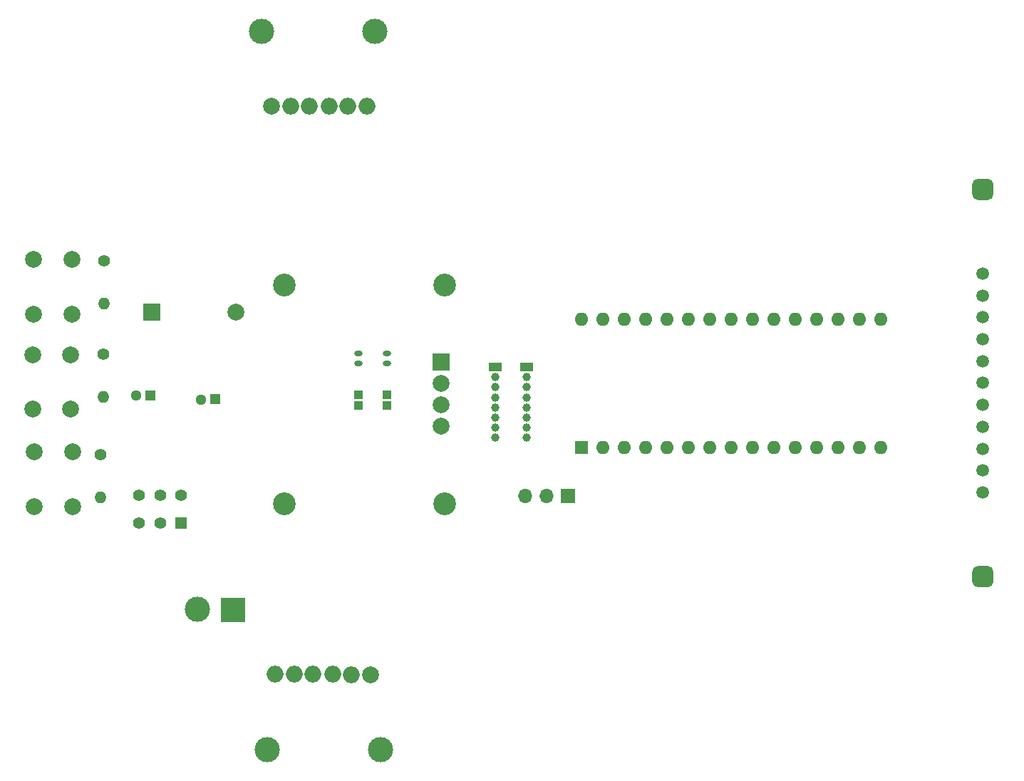
<source format=gbr>
%TF.GenerationSoftware,KiCad,Pcbnew,(5.1.10)-1*%
%TF.CreationDate,2021-12-09T17:48:02-06:00*%
%TF.ProjectId,Sigue_lineas,53696775-655f-46c6-996e-6561732e6b69,rev?*%
%TF.SameCoordinates,Original*%
%TF.FileFunction,Soldermask,Bot*%
%TF.FilePolarity,Negative*%
%FSLAX46Y46*%
G04 Gerber Fmt 4.6, Leading zero omitted, Abs format (unit mm)*
G04 Created by KiCad (PCBNEW (5.1.10)-1) date 2021-12-09 17:48:02*
%MOMM*%
%LPD*%
G01*
G04 APERTURE LIST*
%ADD10R,1.600000X1.600000*%
%ADD11O,1.600000X1.600000*%
%ADD12C,2.000000*%
%ADD13R,2.000000X2.000000*%
%ADD14O,1.300000X1.300000*%
%ADD15R,1.300000X1.300000*%
%ADD16C,2.700000*%
%ADD17C,1.400000*%
%ADD18O,1.400000X1.400000*%
%ADD19R,1.400000X1.400000*%
%ADD20O,1.000000X0.700000*%
%ADD21R,1.000000X1.000000*%
%ADD22C,1.000000*%
%ADD23R,1.500000X1.000000*%
%ADD24O,2.000000X2.000000*%
%ADD25C,3.000000*%
%ADD26C,1.500000*%
%ADD27R,3.000000X3.000000*%
%ADD28R,1.700000X1.700000*%
%ADD29O,1.700000X1.700000*%
G04 APERTURE END LIST*
D10*
%TO.C,A1*%
X160419000Y-98151900D03*
D11*
X193439000Y-82911900D03*
X162959000Y-98151900D03*
X190899000Y-82911900D03*
X165499000Y-98151900D03*
X188359000Y-82911900D03*
X168039000Y-98151900D03*
X185819000Y-82911900D03*
X170579000Y-98151900D03*
X183279000Y-82911900D03*
X173119000Y-98151900D03*
X180739000Y-82911900D03*
X175659000Y-98151900D03*
X178199000Y-82911900D03*
X178199000Y-98151900D03*
X175659000Y-82911900D03*
X180739000Y-98151900D03*
X173119000Y-82911900D03*
X183279000Y-98151900D03*
X170579000Y-82911900D03*
X185819000Y-98151900D03*
X168039000Y-82911900D03*
X188359000Y-98151900D03*
X165499000Y-82911900D03*
X190899000Y-98151900D03*
X162959000Y-82911900D03*
X193439000Y-98151900D03*
X160419000Y-82911900D03*
X195979000Y-98151900D03*
X195979000Y-82911900D03*
%TD*%
D12*
%TO.C,BZ1*%
X119370000Y-82029300D03*
D13*
X109370000Y-82029300D03*
%TD*%
D14*
%TO.C,J1*%
X115199280Y-92410300D03*
D15*
X116888380Y-92382360D03*
%TD*%
%TO.C,J2*%
X109187380Y-91927660D03*
D14*
X107498280Y-91955600D03*
%TD*%
D16*
%TO.C,LCD1*%
X144153000Y-104770200D03*
X125153000Y-104770200D03*
D12*
X143779100Y-93050200D03*
D16*
X125153000Y-78770200D03*
X144153000Y-78770200D03*
D12*
X143779100Y-90510200D03*
X143779100Y-95590200D03*
D13*
X143779100Y-87970200D03*
%TD*%
D17*
%TO.C,R1*%
X103335000Y-98976200D03*
D18*
X103335000Y-104056200D03*
%TD*%
%TO.C,R2*%
X103660000Y-92090200D03*
D17*
X103660000Y-87010200D03*
%TD*%
%TO.C,R3*%
X103708000Y-75897700D03*
D18*
X103708000Y-80977700D03*
%TD*%
D19*
%TO.C,SW1*%
X112873000Y-107119000D03*
D17*
X110373000Y-107119000D03*
X107873000Y-107119000D03*
X112873000Y-103819000D03*
X110373000Y-103819000D03*
X107873000Y-103819000D03*
%TD*%
D12*
%TO.C,SW2*%
X95456600Y-98602800D03*
X99956600Y-98602800D03*
X95456600Y-105102800D03*
X99956600Y-105102800D03*
%TD*%
%TO.C,SW3*%
X95256000Y-87078800D03*
X99756000Y-87078800D03*
X95256000Y-93578800D03*
X99756000Y-93578800D03*
%TD*%
%TO.C,SW4*%
X99875300Y-82263100D03*
X95375300Y-82263100D03*
X99875300Y-75763100D03*
X95375300Y-75763100D03*
%TD*%
D20*
%TO.C,U2*%
X133971000Y-86908800D03*
X133971000Y-88108800D03*
X137371000Y-88108800D03*
X137371000Y-86908800D03*
D21*
X133971000Y-93108800D03*
X133971000Y-91808800D03*
X137371000Y-93108800D03*
X137371000Y-91808800D03*
%TD*%
D22*
%TO.C,U3*%
X153919000Y-96949400D03*
X153919000Y-94549400D03*
X153919000Y-95749400D03*
X153919000Y-93349400D03*
X153919000Y-92149400D03*
X153919000Y-90949400D03*
X153919000Y-89749400D03*
D23*
X153919000Y-88549400D03*
D22*
X150219000Y-96949400D03*
X150219000Y-95749400D03*
X150219000Y-94549400D03*
X150219000Y-93349400D03*
X150219000Y-92149400D03*
X150219000Y-90949400D03*
X150219000Y-89749400D03*
D23*
X150219000Y-88549400D03*
%TD*%
D24*
%TO.C,U4*%
X130476000Y-57602100D03*
X132676000Y-57602100D03*
D12*
X123611800Y-57548760D03*
D24*
X125876000Y-57581780D03*
X128076000Y-57602100D03*
X134936000Y-57602100D03*
D25*
X122443400Y-48646300D03*
X135852060Y-48646300D03*
%TD*%
%TO.C,U5*%
X123141940Y-134030000D03*
X136550600Y-134030000D03*
D24*
X124058000Y-125074200D03*
X130918000Y-125074200D03*
X133118000Y-125094520D03*
D12*
X135382200Y-125127540D03*
D24*
X126318000Y-125074200D03*
X128518000Y-125074200D03*
%TD*%
D26*
%TO.C,U6*%
X208132000Y-90453000D03*
X208132000Y-87853000D03*
X208132000Y-85253000D03*
X208132000Y-82653000D03*
X208132000Y-80053000D03*
X208132000Y-77453000D03*
X208132000Y-93053000D03*
X208132000Y-95653000D03*
X208132000Y-98253000D03*
X208132000Y-100853000D03*
X208132000Y-103453000D03*
G36*
G01*
X208757000Y-68703000D02*
X207507000Y-68703000D01*
G75*
G02*
X206882000Y-68078000I0J625000D01*
G01*
X206882000Y-66828000D01*
G75*
G02*
X207507000Y-66203000I625000J0D01*
G01*
X208757000Y-66203000D01*
G75*
G02*
X209382000Y-66828000I0J-625000D01*
G01*
X209382000Y-68078000D01*
G75*
G02*
X208757000Y-68703000I-625000J0D01*
G01*
G37*
G36*
G01*
X208757000Y-114703000D02*
X207507000Y-114703000D01*
G75*
G02*
X206882000Y-114078000I0J625000D01*
G01*
X206882000Y-112828000D01*
G75*
G02*
X207507000Y-112203000I625000J0D01*
G01*
X208757000Y-112203000D01*
G75*
G02*
X209382000Y-112828000I0J-625000D01*
G01*
X209382000Y-114078000D01*
G75*
G02*
X208757000Y-114703000I-625000J0D01*
G01*
G37*
%TD*%
D25*
%TO.C,J4*%
X114830540Y-117368640D03*
D27*
X119082500Y-117394040D03*
%TD*%
D28*
%TO.C,J5*%
X158836000Y-103866000D03*
D29*
X156296000Y-103866000D03*
X153756000Y-103866000D03*
%TD*%
M02*

</source>
